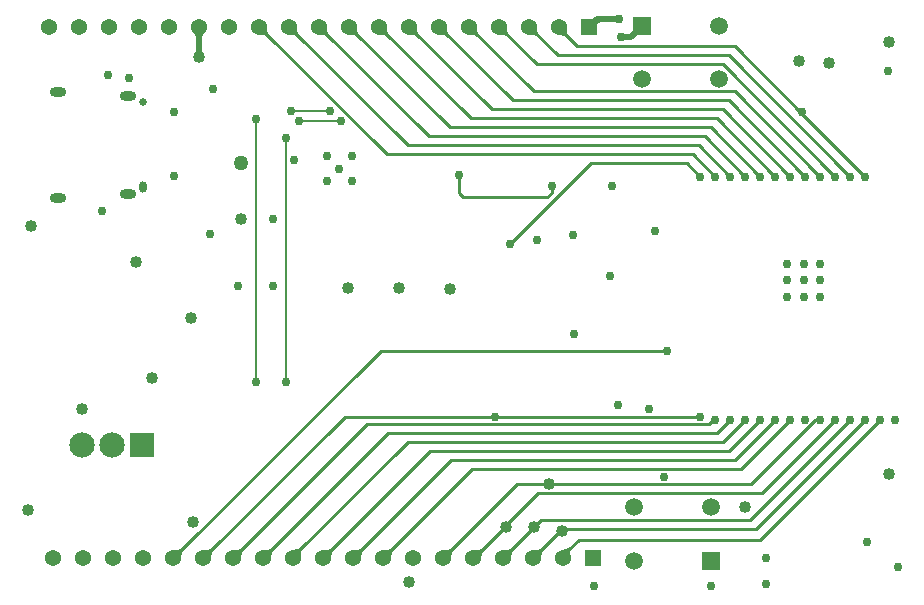
<source format=gbl>
G04*
G04 #@! TF.GenerationSoftware,Altium Limited,Altium Designer,24.7.2 (38)*
G04*
G04 Layer_Physical_Order=4*
G04 Layer_Color=16711680*
%FSLAX44Y44*%
%MOMM*%
G71*
G04*
G04 #@! TF.SameCoordinates,1D9A9799-C8E3-4473-89B4-75341A8A5718*
G04*
G04*
G04 #@! TF.FilePolarity,Positive*
G04*
G01*
G75*
%ADD15C,0.2540*%
%ADD57R,2.1500X2.1500*%
%ADD58C,2.1500*%
%ADD59C,0.6500*%
G04:AMPARAMS|DCode=60|XSize=0.95mm|YSize=0.65mm|CornerRadius=0.325mm|HoleSize=0mm|Usage=FLASHONLY|Rotation=270.000|XOffset=0mm|YOffset=0mm|HoleType=Round|Shape=RoundedRectangle|*
%AMROUNDEDRECTD60*
21,1,0.9500,0.0000,0,0,270.0*
21,1,0.3000,0.6500,0,0,270.0*
1,1,0.6500,0.0000,-0.1500*
1,1,0.6500,0.0000,0.1500*
1,1,0.6500,0.0000,0.1500*
1,1,0.6500,0.0000,-0.1500*
%
%ADD60ROUNDEDRECTD60*%
G04:AMPARAMS|DCode=61|XSize=0.8mm|YSize=1.4mm|CornerRadius=0.4mm|HoleSize=0mm|Usage=FLASHONLY|Rotation=270.000|XOffset=0mm|YOffset=0mm|HoleType=Round|Shape=RoundedRectangle|*
%AMROUNDEDRECTD61*
21,1,0.8000,0.6000,0,0,270.0*
21,1,0.0000,1.4000,0,0,270.0*
1,1,0.8000,-0.3000,0.0000*
1,1,0.8000,-0.3000,0.0000*
1,1,0.8000,0.3000,0.0000*
1,1,0.8000,0.3000,0.0000*
%
%ADD61ROUNDEDRECTD61*%
%ADD67C,0.2032*%
%ADD68C,0.5080*%
%ADD70C,0.1778*%
%ADD71C,1.5000*%
%ADD72R,1.5000X1.5000*%
%ADD73C,1.3700*%
%ADD74R,1.3700X1.3700*%
%ADD75C,0.7620*%
%ADD76C,1.0160*%
%ADD77C,1.2700*%
G36*
X137764Y36768D02*
X137429Y36383D01*
X137131Y35935D01*
X136869Y35424D01*
X136643Y34849D01*
X136454Y34211D01*
X136300Y33510D01*
X136183Y32745D01*
X136102Y31916D01*
X136050Y30069D01*
X129269Y36850D01*
X130224Y36858D01*
X131945Y36983D01*
X132710Y37100D01*
X133411Y37253D01*
X134049Y37443D01*
X134624Y37669D01*
X135135Y37931D01*
X135583Y38229D01*
X135968Y38564D01*
X137764Y36768D01*
D02*
G37*
G36*
X163164D02*
X162829Y36383D01*
X162531Y35935D01*
X162269Y35424D01*
X162043Y34849D01*
X161854Y34211D01*
X161700Y33510D01*
X161583Y32745D01*
X161502Y31916D01*
X161450Y30069D01*
X154669Y36850D01*
X155624Y36858D01*
X157345Y36983D01*
X158110Y37100D01*
X158811Y37253D01*
X159449Y37443D01*
X160024Y37669D01*
X160536Y37931D01*
X160983Y38229D01*
X161368Y38564D01*
X163164Y36768D01*
D02*
G37*
G36*
X188564D02*
X188229Y36383D01*
X187931Y35935D01*
X187669Y35424D01*
X187443Y34849D01*
X187253Y34211D01*
X187100Y33510D01*
X186983Y32745D01*
X186902Y31916D01*
X186850Y30069D01*
X180068Y36850D01*
X181024Y36858D01*
X182745Y36983D01*
X183510Y37100D01*
X184211Y37253D01*
X184849Y37443D01*
X185424Y37669D01*
X185935Y37931D01*
X186383Y38229D01*
X186768Y38564D01*
X188564Y36768D01*
D02*
G37*
G36*
X213964D02*
X213629Y36383D01*
X213331Y35935D01*
X213069Y35424D01*
X212843Y34849D01*
X212654Y34211D01*
X212500Y33510D01*
X212383Y32745D01*
X212302Y31916D01*
X212250Y30069D01*
X205469Y36850D01*
X206424Y36858D01*
X208144Y36983D01*
X208910Y37100D01*
X209611Y37253D01*
X210249Y37443D01*
X210824Y37669D01*
X211336Y37931D01*
X211783Y38229D01*
X212168Y38564D01*
X213964Y36768D01*
D02*
G37*
G36*
X238739Y37553D02*
X238386Y37147D01*
X238086Y36687D01*
X237838Y36173D01*
X237642Y35605D01*
X237498Y34983D01*
X237407Y34308D01*
X237369Y33578D01*
X237382Y32794D01*
X237448Y31956D01*
X237567Y31065D01*
X229871Y36787D01*
X230879Y36938D01*
X233467Y37497D01*
X234184Y37718D01*
X234828Y37956D01*
X235399Y38211D01*
X235897Y38483D01*
X236322Y38773D01*
X236674Y39080D01*
X238739Y37553D01*
D02*
G37*
G36*
X264764Y36768D02*
X264429Y36383D01*
X264131Y35935D01*
X263869Y35424D01*
X263643Y34849D01*
X263454Y34211D01*
X263300Y33510D01*
X263183Y32745D01*
X263102Y31916D01*
X263050Y30069D01*
X256269Y36850D01*
X257224Y36858D01*
X258944Y36983D01*
X259710Y37100D01*
X260411Y37253D01*
X261049Y37443D01*
X261624Y37669D01*
X262136Y37931D01*
X262583Y38229D01*
X262968Y38564D01*
X264764Y36768D01*
D02*
G37*
G36*
X290164D02*
X289829Y36383D01*
X289531Y35935D01*
X289269Y35424D01*
X289043Y34849D01*
X288853Y34211D01*
X288700Y33510D01*
X288583Y32745D01*
X288502Y31916D01*
X288450Y30069D01*
X281668Y36850D01*
X282624Y36858D01*
X284345Y36983D01*
X285110Y37100D01*
X285811Y37253D01*
X286449Y37443D01*
X287024Y37669D01*
X287535Y37931D01*
X287983Y38229D01*
X288368Y38564D01*
X290164Y36768D01*
D02*
G37*
G36*
X315564D02*
X315229Y36383D01*
X314931Y35935D01*
X314669Y35424D01*
X314443Y34849D01*
X314254Y34211D01*
X314100Y33510D01*
X313983Y32745D01*
X313902Y31916D01*
X313850Y30069D01*
X307069Y36850D01*
X308024Y36858D01*
X309744Y36983D01*
X310510Y37100D01*
X311211Y37253D01*
X311849Y37443D01*
X312424Y37669D01*
X312936Y37931D01*
X313383Y38229D01*
X313768Y38564D01*
X315564Y36768D01*
D02*
G37*
G36*
X366364D02*
X366029Y36383D01*
X365731Y35935D01*
X365469Y35424D01*
X365243Y34849D01*
X365053Y34211D01*
X364900Y33510D01*
X364783Y32745D01*
X364702Y31916D01*
X364650Y30069D01*
X357868Y36850D01*
X358824Y36858D01*
X360545Y36983D01*
X361310Y37100D01*
X362011Y37253D01*
X362649Y37443D01*
X363224Y37669D01*
X363736Y37931D01*
X364183Y38229D01*
X364568Y38564D01*
X366364Y36768D01*
D02*
G37*
G36*
X392000Y36398D02*
X391675Y36026D01*
X391380Y35586D01*
X391112Y35079D01*
X390874Y34504D01*
X390664Y33862D01*
X390482Y33153D01*
X390329Y32376D01*
X390108Y30619D01*
X390041Y29640D01*
X383697Y36832D01*
X384626Y36784D01*
X386307Y36818D01*
X387058Y36901D01*
X387750Y37027D01*
X388383Y37196D01*
X388956Y37409D01*
X389469Y37665D01*
X389923Y37965D01*
X390318Y38308D01*
X392000Y36398D01*
D02*
G37*
G36*
X417164Y36768D02*
X416829Y36383D01*
X416531Y35935D01*
X416269Y35424D01*
X416043Y34849D01*
X415854Y34211D01*
X415700Y33510D01*
X415583Y32745D01*
X415502Y31916D01*
X415450Y30069D01*
X408669Y36850D01*
X409624Y36858D01*
X411344Y36983D01*
X412110Y37100D01*
X412811Y37253D01*
X413449Y37443D01*
X414024Y37669D01*
X414535Y37931D01*
X414983Y38229D01*
X415368Y38564D01*
X417164Y36768D01*
D02*
G37*
G36*
X442564D02*
X442229Y36383D01*
X441931Y35935D01*
X441669Y35424D01*
X441443Y34849D01*
X441254Y34211D01*
X441100Y33510D01*
X440983Y32745D01*
X440902Y31916D01*
X440850Y30069D01*
X434068Y36850D01*
X435024Y36858D01*
X436744Y36983D01*
X437510Y37100D01*
X438211Y37253D01*
X438849Y37443D01*
X439424Y37669D01*
X439935Y37931D01*
X440383Y38229D01*
X440768Y38564D01*
X442564Y36768D01*
D02*
G37*
G36*
X466688Y38172D02*
X466323Y37752D01*
X466023Y37288D01*
X465788Y36778D01*
X465618Y36224D01*
X465513Y35626D01*
X465474Y34982D01*
X465499Y34294D01*
X465588Y33561D01*
X465743Y32783D01*
X465963Y31961D01*
X457571Y36601D01*
X458623Y36902D01*
X462004Y38069D01*
X462642Y38351D01*
X463669Y38903D01*
X464058Y39173D01*
X464364Y39440D01*
X466688Y38172D01*
D02*
G37*
G36*
X148590Y469588D02*
X148567Y470251D01*
X148500Y470890D01*
X148387Y471506D01*
X148229Y472098D01*
X148026Y472668D01*
X147778Y473214D01*
X147485Y473738D01*
X147147Y474238D01*
X146763Y474715D01*
X146335Y475168D01*
X155925D01*
X155497Y474715D01*
X155113Y474238D01*
X154775Y473738D01*
X154482Y473214D01*
X154234Y472668D01*
X154031Y472098D01*
X153873Y471506D01*
X153760Y470890D01*
X153693Y470251D01*
X153670Y469588D01*
X148590D01*
D02*
G37*
G36*
X208698Y471496D02*
X208313Y471831D01*
X207866Y472129D01*
X207354Y472391D01*
X206779Y472617D01*
X206141Y472806D01*
X205440Y472960D01*
X204674Y473077D01*
X203846Y473158D01*
X201999Y473210D01*
X208780Y479991D01*
X208788Y479036D01*
X208913Y477315D01*
X209030Y476550D01*
X209184Y475849D01*
X209373Y475211D01*
X209599Y474636D01*
X209861Y474124D01*
X210159Y473677D01*
X210494Y473292D01*
X208698Y471496D01*
D02*
G37*
G36*
X234098D02*
X233713Y471831D01*
X233265Y472129D01*
X232754Y472391D01*
X232179Y472617D01*
X231541Y472806D01*
X230840Y472960D01*
X230075Y473077D01*
X229246Y473158D01*
X227398Y473210D01*
X234180Y479991D01*
X234188Y479036D01*
X234313Y477315D01*
X234430Y476550D01*
X234584Y475849D01*
X234773Y475211D01*
X234999Y474636D01*
X235261Y474124D01*
X235559Y473677D01*
X235894Y473292D01*
X234098Y471496D01*
D02*
G37*
G36*
X259498D02*
X259113Y471831D01*
X258666Y472129D01*
X258154Y472391D01*
X257579Y472617D01*
X256941Y472806D01*
X256240Y472960D01*
X255474Y473077D01*
X254646Y473158D01*
X252799Y473210D01*
X259580Y479991D01*
X259588Y479036D01*
X259713Y477315D01*
X259830Y476550D01*
X259984Y475849D01*
X260173Y475211D01*
X260399Y474636D01*
X260661Y474124D01*
X260959Y473677D01*
X261294Y473292D01*
X259498Y471496D01*
D02*
G37*
G36*
X284898D02*
X284513Y471831D01*
X284065Y472129D01*
X283554Y472391D01*
X282979Y472617D01*
X282341Y472806D01*
X281640Y472960D01*
X280875Y473077D01*
X280046Y473158D01*
X278199Y473210D01*
X284980Y479991D01*
X284988Y479036D01*
X285113Y477315D01*
X285230Y476550D01*
X285384Y475849D01*
X285573Y475211D01*
X285799Y474636D01*
X286061Y474124D01*
X286359Y473677D01*
X286694Y473292D01*
X284898Y471496D01*
D02*
G37*
G36*
X310298D02*
X309913Y471831D01*
X309466Y472129D01*
X308954Y472391D01*
X308379Y472617D01*
X307741Y472806D01*
X307040Y472960D01*
X306275Y473077D01*
X305446Y473158D01*
X303598Y473210D01*
X310380Y479991D01*
X310388Y479036D01*
X310513Y477315D01*
X310630Y476550D01*
X310784Y475849D01*
X310973Y475211D01*
X311199Y474636D01*
X311461Y474124D01*
X311759Y473677D01*
X312094Y473292D01*
X310298Y471496D01*
D02*
G37*
G36*
X335698D02*
X335313Y471831D01*
X334865Y472129D01*
X334354Y472391D01*
X333779Y472617D01*
X333141Y472806D01*
X332440Y472960D01*
X331674Y473077D01*
X330846Y473158D01*
X328998Y473210D01*
X335780Y479991D01*
X335788Y479036D01*
X335913Y477315D01*
X336030Y476550D01*
X336184Y475849D01*
X336373Y475211D01*
X336599Y474636D01*
X336861Y474124D01*
X337159Y473677D01*
X337494Y473292D01*
X335698Y471496D01*
D02*
G37*
G36*
X361098D02*
X360713Y471831D01*
X360266Y472129D01*
X359754Y472391D01*
X359179Y472617D01*
X358541Y472806D01*
X357840Y472960D01*
X357075Y473077D01*
X356246Y473158D01*
X354398Y473210D01*
X361180Y479991D01*
X361188Y479036D01*
X361313Y477315D01*
X361430Y476550D01*
X361584Y475849D01*
X361773Y475211D01*
X361999Y474636D01*
X362261Y474124D01*
X362559Y473677D01*
X362894Y473292D01*
X361098Y471496D01*
D02*
G37*
G36*
X386498D02*
X386113Y471831D01*
X385666Y472129D01*
X385154Y472391D01*
X384579Y472617D01*
X383941Y472806D01*
X383240Y472960D01*
X382475Y473077D01*
X381646Y473158D01*
X379799Y473210D01*
X386580Y479991D01*
X386588Y479036D01*
X386713Y477315D01*
X386830Y476550D01*
X386984Y475849D01*
X387173Y475211D01*
X387399Y474636D01*
X387661Y474124D01*
X387959Y473677D01*
X388294Y473292D01*
X386498Y471496D01*
D02*
G37*
G36*
X411898D02*
X411513Y471831D01*
X411065Y472129D01*
X410554Y472391D01*
X409979Y472617D01*
X409341Y472806D01*
X408640Y472960D01*
X407874Y473077D01*
X407046Y473158D01*
X405199Y473210D01*
X411980Y479991D01*
X411988Y479036D01*
X412113Y477315D01*
X412230Y476550D01*
X412384Y475849D01*
X412573Y475211D01*
X412799Y474636D01*
X413061Y474124D01*
X413359Y473677D01*
X413694Y473292D01*
X411898Y471496D01*
D02*
G37*
G36*
X437298D02*
X436913Y471831D01*
X436465Y472129D01*
X435954Y472391D01*
X435379Y472617D01*
X434741Y472806D01*
X434040Y472960D01*
X433274Y473077D01*
X432446Y473158D01*
X430598Y473210D01*
X437380Y479991D01*
X437388Y479036D01*
X437513Y477315D01*
X437630Y476550D01*
X437784Y475849D01*
X437973Y475211D01*
X438199Y474636D01*
X438461Y474124D01*
X438759Y473677D01*
X439094Y473292D01*
X437298Y471496D01*
D02*
G37*
G36*
X461849Y471002D02*
X461495Y471310D01*
X461068Y471601D01*
X460570Y471873D01*
X459998Y472127D01*
X459354Y472362D01*
X458638Y472580D01*
X456988Y472960D01*
X456054Y473122D01*
X455048Y473267D01*
X462704Y479042D01*
X462591Y478147D01*
X462530Y477307D01*
X462521Y476521D01*
X462563Y475789D01*
X462657Y475112D01*
X462802Y474489D01*
X463000Y473921D01*
X463248Y473406D01*
X463549Y472947D01*
X463901Y472542D01*
X461849Y471002D01*
D02*
G37*
G36*
X493229Y483870D02*
X492261Y483845D01*
X491394Y483768D01*
X490629Y483641D01*
X489966Y483464D01*
X489404Y483235D01*
X488943Y482956D01*
X488585Y482625D01*
X488328Y482244D01*
X488173Y481813D01*
X488119Y481330D01*
X488149Y486880D01*
X488200Y487273D01*
X488353Y487625D01*
X488607Y487935D01*
X488962Y488205D01*
X489420Y488432D01*
X489978Y488619D01*
X490639Y488764D01*
X491401Y488867D01*
X492264Y488929D01*
X493229Y488950D01*
Y483870D01*
D02*
G37*
D15*
X410251Y56445D02*
X410857D01*
Y57656D02*
X438290Y85090D01*
X410857Y56445D02*
Y57656D01*
X383806Y30000D02*
X410251Y56445D01*
X408600Y30000D02*
X435045Y56445D01*
X440830Y62230D01*
X617220D01*
X383200Y30000D02*
X383806D01*
X482680Y364490D02*
X563880D01*
X414020Y295830D02*
X482680Y364490D01*
X563880D02*
X575310Y353060D01*
X438290Y85090D02*
X627380D01*
X689610Y147320D01*
X447453Y92710D02*
X618230D01*
X420510D02*
X447453D01*
X458610Y54610D02*
X622300D01*
X434000Y30000D02*
X458610Y54610D01*
X582825Y143510D02*
X586635Y147320D01*
X180000Y30000D02*
X293510Y143510D01*
X582825D01*
X604520Y113030D02*
X638810Y147320D01*
X281600Y30000D02*
X364630Y113030D01*
X604520D01*
X676307Y146717D02*
X676910Y147320D01*
X618230Y92710D02*
X672237Y146717D01*
X676307D01*
X129200Y30000D02*
X304940Y205740D01*
X547370D01*
X604520Y463550D02*
X664210Y403860D01*
X715010Y353060D01*
X471097Y463550D02*
X604520D01*
X449580Y338836D02*
Y345440D01*
X446104Y335360D02*
X449580Y338836D01*
X374570Y335360D02*
X446104D01*
X370840Y339090D02*
X374570Y335360D01*
X370840Y339090D02*
Y354330D01*
X401491Y149860D02*
X575310D01*
X274460D02*
X401491D01*
X154600Y30000D02*
X274460Y149860D01*
X626110Y45720D02*
X727710Y147320D01*
X472440Y45720D02*
X626110D01*
X622300Y54610D02*
X715010Y147320D01*
X459400Y32680D02*
X472440Y45720D01*
X586635Y147320D02*
X588010D01*
X205400Y30000D02*
X311290Y135890D01*
X589280D01*
X600710Y147320D01*
X230800Y30000D02*
Y31410D01*
X327660Y128270D02*
X594360D01*
X230800Y31410D02*
X327660Y128270D01*
X594360D02*
X613410Y147320D01*
X256200Y30000D02*
X346850Y120650D01*
X599440D01*
X626110Y147320D01*
X382410Y105410D02*
X609600D01*
X307000Y30000D02*
X382410Y105410D01*
X609600D02*
X651510Y147320D01*
X357800Y30000D02*
X420510Y92710D01*
X617220Y62230D02*
X702310Y147320D01*
X459400Y30000D02*
Y32680D01*
X309880Y372110D02*
X568960D01*
X201930Y480060D02*
X309880Y372110D01*
X568960D02*
X588010Y353060D01*
X227330Y480060D02*
X327660Y379730D01*
X574040D01*
X600710Y353060D01*
X345440Y387350D02*
X579120D01*
X252730Y480060D02*
X345440Y387350D01*
X579120D02*
X613410Y353060D01*
X278130Y480060D02*
X363220Y394970D01*
X584200D01*
X626110Y353060D01*
X303530Y480060D02*
X381000Y402590D01*
X589280D01*
X638810Y353060D01*
X328930Y480060D02*
X398780Y410210D01*
X594360D01*
X651510Y353060D01*
X354330Y480060D02*
X416560Y417830D01*
X434340Y425450D02*
X604520D01*
X676910Y353060D01*
X416560Y417830D02*
X599440D01*
X664210Y353060D01*
X379730Y480060D02*
X434340Y425450D01*
X405130Y480060D02*
X436880Y448310D01*
X594360D01*
X689610Y353060D01*
X454660Y455930D02*
X599440D01*
X430530Y480060D02*
X454660Y455930D01*
X599440D02*
X702310Y353060D01*
X455930Y478717D02*
X471097Y463550D01*
X455930Y478717D02*
Y480060D01*
D57*
X103030Y125730D02*
D03*
D58*
X77630D02*
D03*
X52230D02*
D03*
D59*
X103650Y416000D02*
D03*
D60*
Y344000D02*
D03*
D61*
X91150Y421300D02*
D03*
Y338700D02*
D03*
X31650Y424900D02*
D03*
Y335100D02*
D03*
D67*
X225129Y179070D02*
Y385810D01*
X235830Y400050D02*
X271141D01*
D68*
X481330Y480060D02*
X487680Y486410D01*
X506730D01*
X151130Y454660D02*
Y480060D01*
X516504Y471174D02*
X526300Y480970D01*
X508634Y471174D02*
X516504D01*
X508630Y471170D02*
X508634Y471174D01*
X91295Y436775D02*
X91440Y436920D01*
X91150Y421300D02*
X91295Y421445D01*
D70*
X199448Y179209D02*
Y401286D01*
X199310Y179070D02*
X199448Y179209D01*
Y401286D02*
X199587Y401424D01*
X228600Y408940D02*
X261620D01*
D71*
X526300Y435970D02*
D03*
X591300D02*
D03*
Y480970D02*
D03*
X584430Y72940D02*
D03*
X519430D02*
D03*
Y27940D02*
D03*
D72*
X526300Y480970D02*
D03*
X584430Y27940D02*
D03*
D73*
X27600Y30000D02*
D03*
X53000D02*
D03*
X78400D02*
D03*
X103800D02*
D03*
X129200D02*
D03*
X154600D02*
D03*
X180000D02*
D03*
X205400D02*
D03*
X230800D02*
D03*
X256200D02*
D03*
X281600D02*
D03*
X307000D02*
D03*
X332400D02*
D03*
X357800D02*
D03*
X383200D02*
D03*
X408600D02*
D03*
X434000D02*
D03*
X459400D02*
D03*
X24130Y480060D02*
D03*
X49530D02*
D03*
X74930D02*
D03*
X100330D02*
D03*
X125730D02*
D03*
X151130D02*
D03*
X176530D02*
D03*
X201930D02*
D03*
X227330D02*
D03*
X252730D02*
D03*
X278130D02*
D03*
X303530D02*
D03*
X328930D02*
D03*
X354330D02*
D03*
X379730D02*
D03*
X405130D02*
D03*
X430530D02*
D03*
X455930D02*
D03*
D74*
X484800Y30000D02*
D03*
X481330Y480060D02*
D03*
D75*
X662940Y251320D02*
D03*
X676910D02*
D03*
Y265430D02*
D03*
Y279400D02*
D03*
X662940D02*
D03*
Y265320D02*
D03*
X648970Y251320D02*
D03*
Y265320D02*
D03*
X649210Y279320D02*
D03*
X269332Y359614D02*
D03*
X280962Y349614D02*
D03*
X259104Y349729D02*
D03*
X280962Y370540D02*
D03*
X259230Y370459D02*
D03*
X184150Y260350D02*
D03*
X213360D02*
D03*
Y317500D02*
D03*
X160020Y304800D02*
D03*
X499110Y269240D02*
D03*
X468084Y303530D02*
D03*
X436880Y299720D02*
D03*
X414020Y295830D02*
D03*
X537210Y307340D02*
D03*
X631056Y30480D02*
D03*
Y8123D02*
D03*
X506730Y486410D02*
D03*
X734141Y442203D02*
D03*
X664210Y147320D02*
D03*
X231798Y366810D02*
D03*
X468330Y219710D02*
D03*
X68580Y324240D02*
D03*
X716280Y43590D02*
D03*
X584430Y6350D02*
D03*
X485140D02*
D03*
X73660Y439420D02*
D03*
X129540Y353361D02*
D03*
Y407500D02*
D03*
X163220Y427250D02*
D03*
X661670Y407670D02*
D03*
X500380Y345440D02*
D03*
X508630Y471170D02*
D03*
X449580Y345440D02*
D03*
X370840Y354330D02*
D03*
X401491Y149860D02*
D03*
X199310Y179070D02*
D03*
X225129D02*
D03*
X199587Y401424D02*
D03*
X225129Y385810D02*
D03*
X235830Y400050D02*
D03*
X228600Y408940D02*
D03*
X271141Y400050D02*
D03*
X261620Y408940D02*
D03*
X91440Y436920D02*
D03*
X544830Y99060D02*
D03*
X532130Y156210D02*
D03*
X742950Y22225D02*
D03*
X575310Y149860D02*
D03*
X505460Y160020D02*
D03*
X547370Y205740D02*
D03*
X588010Y147320D02*
D03*
X600710D02*
D03*
X613410D02*
D03*
X626110D02*
D03*
X638810D02*
D03*
X651510D02*
D03*
X676910D02*
D03*
X689610D02*
D03*
X702310D02*
D03*
X715010D02*
D03*
X727710D02*
D03*
X740410D02*
D03*
X676910Y353060D02*
D03*
X638810D02*
D03*
X651510D02*
D03*
X664210D02*
D03*
X626110D02*
D03*
X613410D02*
D03*
X689610D02*
D03*
X702310D02*
D03*
X715010D02*
D03*
X575310D02*
D03*
X600710D02*
D03*
X588010D02*
D03*
D76*
X151130Y454660D02*
D03*
X6350Y71120D02*
D03*
X410857Y56445D02*
D03*
X435045D02*
D03*
X363220Y257810D02*
D03*
X447453Y92710D02*
D03*
X458610Y53340D02*
D03*
X735330Y467360D02*
D03*
X613410Y72940D02*
D03*
X97720Y280670D02*
D03*
X735670Y101440D02*
D03*
X329321Y9395D02*
D03*
X146050Y60960D02*
D03*
X8890Y311150D02*
D03*
X52070Y156210D02*
D03*
X659130Y450850D02*
D03*
X684530Y448894D02*
D03*
X144116Y232983D02*
D03*
X320040Y259080D02*
D03*
X276860Y259080D02*
D03*
X111125Y182343D02*
D03*
X186690Y317500D02*
D03*
D77*
Y364490D02*
D03*
M02*

</source>
